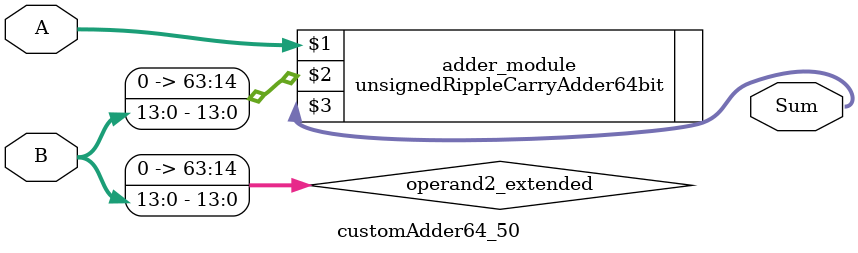
<source format=v>
module customAdder64_50(
                        input [63 : 0] A,
                        input [13 : 0] B,
                        
                        output [64 : 0] Sum
                );

        wire [63 : 0] operand2_extended;
        
        assign operand2_extended =  {50'b0, B};
        
        unsignedRippleCarryAdder64bit adder_module(
            A,
            operand2_extended,
            Sum
        );
        
        endmodule
        
</source>
